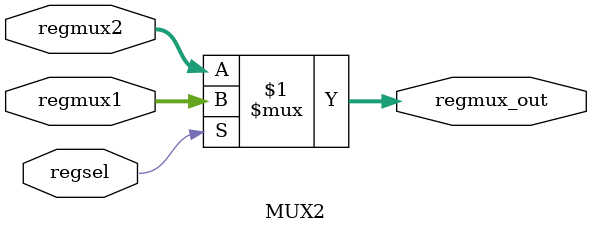
<source format=v>
`timescale 1ns /1ps
module MUX2 (regsel, regmux1, regmux2, regmux_out);

input [2:0] regmux1, regmux2;
input  regsel;
output  [2:0] regmux_out;

    assign regmux_out = (regsel)? regmux1:regmux2;

endmodule
</source>
